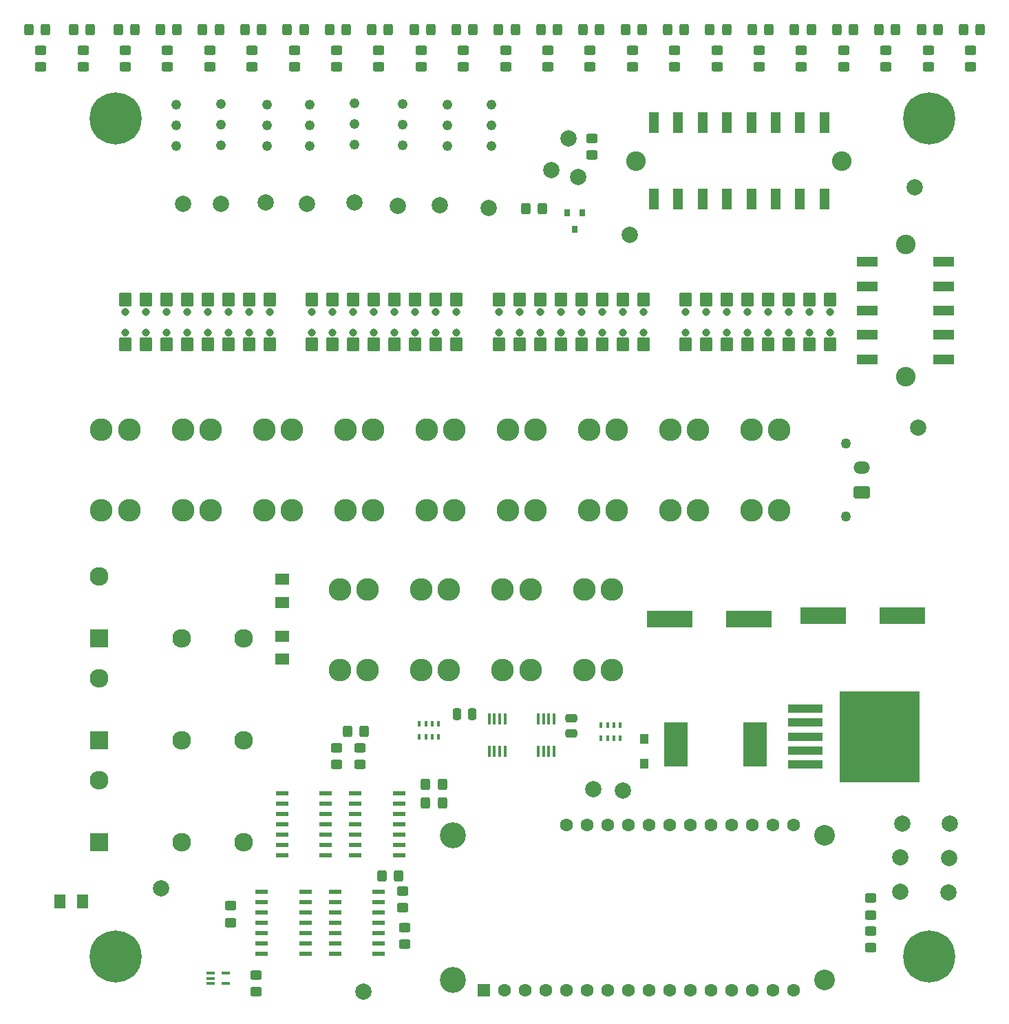
<source format=gts>
%TF.GenerationSoftware,KiCad,Pcbnew,8.0.4*%
%TF.CreationDate,2024-10-16T17:02:47+10:30*%
%TF.ProjectId,power_and_monotoring,706f7765-725f-4616-9e64-5f6d6f6e6f74,rev?*%
%TF.SameCoordinates,Original*%
%TF.FileFunction,Soldermask,Top*%
%TF.FilePolarity,Negative*%
%FSLAX46Y46*%
G04 Gerber Fmt 4.6, Leading zero omitted, Abs format (unit mm)*
G04 Created by KiCad (PCBNEW 8.0.4) date 2024-10-16 17:02:47*
%MOMM*%
%LPD*%
G01*
G04 APERTURE LIST*
G04 Aperture macros list*
%AMRoundRect*
0 Rectangle with rounded corners*
0 $1 Rounding radius*
0 $2 $3 $4 $5 $6 $7 $8 $9 X,Y pos of 4 corners*
0 Add a 4 corners polygon primitive as box body*
4,1,4,$2,$3,$4,$5,$6,$7,$8,$9,$2,$3,0*
0 Add four circle primitives for the rounded corners*
1,1,$1+$1,$2,$3*
1,1,$1+$1,$4,$5*
1,1,$1+$1,$6,$7*
1,1,$1+$1,$8,$9*
0 Add four rect primitives between the rounded corners*
20,1,$1+$1,$2,$3,$4,$5,0*
20,1,$1+$1,$4,$5,$6,$7,0*
20,1,$1+$1,$6,$7,$8,$9,0*
20,1,$1+$1,$8,$9,$2,$3,0*%
G04 Aperture macros list end*
%ADD10RoundRect,0.250000X0.450000X-0.325000X0.450000X0.325000X-0.450000X0.325000X-0.450000X-0.325000X0*%
%ADD11C,2.780000*%
%ADD12C,2.410000*%
%ADD13R,1.270000X2.540000*%
%ADD14R,0.450000X0.800000*%
%ADD15RoundRect,0.250000X-0.325000X-0.450000X0.325000X-0.450000X0.325000X0.450000X-0.325000X0.450000X0*%
%ADD16R,0.800000X0.900000*%
%ADD17RoundRect,0.249550X-0.450450X0.325450X-0.450450X-0.325450X0.450450X-0.325450X0.450450X0.325450X0*%
%ADD18RoundRect,0.250000X-0.450000X0.325000X-0.450000X-0.325000X0.450000X-0.325000X0.450000X0.325000X0*%
%ADD19C,1.270000*%
%ADD20RoundRect,0.250001X0.759999X-0.499999X0.759999X0.499999X-0.759999X0.499999X-0.759999X-0.499999X0*%
%ADD21O,2.020000X1.500000*%
%ADD22R,1.340000X1.800000*%
%ADD23C,2.000000*%
%ADD24C,0.970000*%
%ADD25RoundRect,0.102000X-0.635000X-0.780000X0.635000X-0.780000X0.635000X0.780000X-0.635000X0.780000X0*%
%ADD26R,2.900000X5.400000*%
%ADD27C,1.240000*%
%ADD28R,1.550000X0.600000*%
%ADD29C,3.200000*%
%ADD30C,2.540000*%
%ADD31R,1.600000X1.600000*%
%ADD32C,1.600000*%
%ADD33C,0.800000*%
%ADD34C,6.400000*%
%ADD35RoundRect,0.250000X0.325000X0.450000X-0.325000X0.450000X-0.325000X-0.450000X0.325000X-0.450000X0*%
%ADD36R,2.300000X2.300000*%
%ADD37C,2.300000*%
%ADD38R,5.700000X2.000000*%
%ADD39R,4.320000X1.020000*%
%ADD40R,9.910000X11.180000*%
%ADD41R,2.540000X1.270000*%
%ADD42R,1.800000X1.340000*%
%ADD43R,1.120000X1.240000*%
%ADD44RoundRect,0.250000X-0.475000X0.250000X-0.475000X-0.250000X0.475000X-0.250000X0.475000X0.250000X0*%
%ADD45RoundRect,0.250000X0.250000X0.475000X-0.250000X0.475000X-0.250000X-0.475000X0.250000X-0.475000X0*%
%ADD46R,1.050000X0.400000*%
%ADD47R,0.450000X1.350000*%
%ADD48RoundRect,0.249550X0.450450X-0.325450X0.450450X0.325450X-0.450450X0.325450X-0.450450X-0.325450X0*%
G04 APERTURE END LIST*
D10*
%TO.C,R15*%
X60657600Y-138817000D03*
X60657600Y-136767000D03*
%TD*%
D11*
%TO.C,F13*%
X102530800Y-193291200D03*
X105930800Y-193291200D03*
X102530800Y-183371200D03*
X105930800Y-183371200D03*
%TD*%
D12*
%TO.C,J7*%
X118312400Y-150368000D03*
X143612400Y-150368000D03*
D13*
X141462400Y-155068000D03*
X138462400Y-155068000D03*
X135462400Y-155068000D03*
X132462400Y-155068000D03*
X129462400Y-155068000D03*
X126462400Y-155068000D03*
X123462400Y-155068000D03*
X120462400Y-155068000D03*
X141462400Y-145668000D03*
X138462400Y-145668000D03*
X135462400Y-145668000D03*
X132462400Y-145668000D03*
X129462400Y-145668000D03*
X126462400Y-145668000D03*
X123462400Y-145668000D03*
X120462400Y-145668000D03*
%TD*%
D10*
%TO.C,R18*%
X76257600Y-138817000D03*
X76257600Y-136767000D03*
%TD*%
D14*
%TO.C,RN1*%
X94018000Y-219532400D03*
X93218000Y-219532400D03*
X92418000Y-219532400D03*
X91618000Y-219532400D03*
X91618000Y-221132400D03*
X92418000Y-221132400D03*
X93218000Y-221132400D03*
X94018000Y-221132400D03*
%TD*%
D15*
%TO.C,D22*%
X153377400Y-134248400D03*
X155427400Y-134248400D03*
%TD*%
D16*
%TO.C,Q1*%
X111709200Y-156768800D03*
X109809200Y-156768800D03*
X110759200Y-158768800D03*
%TD*%
D17*
%TO.C,C2*%
X71526400Y-250435000D03*
D18*
X71526400Y-252485000D03*
%TD*%
D19*
%TO.C,J1*%
X144081400Y-194085600D03*
X144081400Y-185085600D03*
D20*
X146041400Y-191085600D03*
D21*
X146041400Y-188085600D03*
%TD*%
D22*
%TO.C,D26*%
X47381200Y-241401600D03*
X50241200Y-241401600D03*
%TD*%
D23*
%TO.C,POW_PRESSED1*%
X62585600Y-155651200D03*
%TD*%
D10*
%TO.C,R33*%
X138639200Y-138817000D03*
X138639200Y-136767000D03*
%TD*%
D24*
%TO.C,J5*%
X124415208Y-168887981D03*
X124415208Y-171427981D03*
X126955208Y-168887981D03*
X126955208Y-171427981D03*
X129495208Y-168887981D03*
X129495208Y-171427981D03*
X132035208Y-168887981D03*
X132035208Y-171427981D03*
X134575208Y-168887981D03*
X134575208Y-171427981D03*
X137115208Y-168887981D03*
X137115208Y-171427981D03*
X139655208Y-168887981D03*
X139655208Y-171427981D03*
X142195208Y-168887981D03*
X142195208Y-171427981D03*
D25*
X124415208Y-172937981D03*
X124415208Y-167377981D03*
X126955208Y-172937981D03*
X126955208Y-167377981D03*
X129495208Y-172937981D03*
X129495208Y-167377981D03*
X132035208Y-172937981D03*
X132035208Y-167377981D03*
X134575208Y-172937981D03*
X134575208Y-167377981D03*
X137115208Y-172937981D03*
X137115208Y-167377981D03*
X139655208Y-172937981D03*
X139655208Y-167377981D03*
X142195208Y-172937981D03*
X142195208Y-167377981D03*
%TD*%
D24*
%TO.C,J4*%
X101415208Y-168887981D03*
X101415208Y-171427981D03*
X103955208Y-168887981D03*
X103955208Y-171427981D03*
X106495208Y-168887981D03*
X106495208Y-171427981D03*
X109035208Y-168887981D03*
X109035208Y-171427981D03*
X111575208Y-168887981D03*
X111575208Y-171427981D03*
X114115208Y-168887981D03*
X114115208Y-171427981D03*
X116655208Y-168887981D03*
X116655208Y-171427981D03*
X119195208Y-168887981D03*
X119195208Y-171427981D03*
D25*
X101415208Y-172937981D03*
X101415208Y-167377981D03*
X103955208Y-172937981D03*
X103955208Y-167377981D03*
X106495208Y-172937981D03*
X106495208Y-167377981D03*
X109035208Y-172937981D03*
X109035208Y-167377981D03*
X111575208Y-172937981D03*
X111575208Y-167377981D03*
X114115208Y-172937981D03*
X114115208Y-167377981D03*
X116655208Y-172937981D03*
X116655208Y-167377981D03*
X119195208Y-172937981D03*
X119195208Y-167377981D03*
%TD*%
D15*
%TO.C,D14*%
X111777400Y-134248400D03*
X113827400Y-134248400D03*
%TD*%
D10*
%TO.C,R17*%
X71057600Y-138817000D03*
X71057600Y-136767000D03*
%TD*%
D26*
%TO.C,L1*%
X132892800Y-222097600D03*
X123192800Y-222097600D03*
%TD*%
D10*
%TO.C,R32*%
X133439200Y-138817000D03*
X133439200Y-136767000D03*
%TD*%
D15*
%TO.C,D5*%
X64977400Y-134248400D03*
X67027400Y-134248400D03*
%TD*%
%TO.C,R29*%
X87011400Y-238302800D03*
X89061400Y-238302800D03*
%TD*%
D11*
%TO.C,F16*%
X52530800Y-193291200D03*
X55930800Y-193291200D03*
X52530800Y-183371200D03*
X55930800Y-183371200D03*
%TD*%
D23*
%TO.C,BREAK_LOW1*%
X88950800Y-155905200D03*
%TD*%
D11*
%TO.C,F15*%
X101887600Y-212986000D03*
X105287600Y-212986000D03*
X101887600Y-203066000D03*
X105287600Y-203066000D03*
%TD*%
D27*
%TO.C,RL5*%
X83667600Y-148357690D03*
X83667600Y-145817690D03*
X83667600Y-143277690D03*
%TD*%
D23*
%TO.C,TEMP_3*%
X150774400Y-240233200D03*
%TD*%
D15*
%TO.C,D7*%
X75377400Y-134248400D03*
X77427400Y-134248400D03*
%TD*%
D10*
%TO.C,R25*%
X107439200Y-138817000D03*
X107439200Y-136767000D03*
%TD*%
%TO.C,R27*%
X117839200Y-138817000D03*
X117839200Y-136767000D03*
%TD*%
D15*
%TO.C,D1*%
X43577400Y-134248400D03*
X45627400Y-134248400D03*
%TD*%
D10*
%TO.C,R7*%
X68427600Y-244001400D03*
X68427600Y-241951400D03*
%TD*%
%TO.C,R28*%
X123039200Y-138817000D03*
X123039200Y-136767000D03*
%TD*%
D28*
%TO.C,U4*%
X83719200Y-228142800D03*
X83719200Y-229412800D03*
X83719200Y-230682800D03*
X83719200Y-231952800D03*
X83719200Y-233222800D03*
X83719200Y-234492800D03*
X83719200Y-235762800D03*
X89119200Y-235762800D03*
X89119200Y-234492800D03*
X89119200Y-233222800D03*
X89119200Y-231952800D03*
X89119200Y-230682800D03*
X89119200Y-229412800D03*
X89119200Y-228142800D03*
%TD*%
D11*
%TO.C,F10*%
X81887600Y-212986000D03*
X85287600Y-212986000D03*
X81887600Y-203066000D03*
X85287600Y-203066000D03*
%TD*%
D23*
%TO.C,POW_SIGNAL1*%
X117500400Y-159410400D03*
%TD*%
D24*
%TO.C,J3*%
X78415208Y-168887981D03*
X78415208Y-171427981D03*
X80955208Y-168887981D03*
X80955208Y-171427981D03*
X83495208Y-168887981D03*
X83495208Y-171427981D03*
X86035208Y-168887981D03*
X86035208Y-171427981D03*
X88575208Y-168887981D03*
X88575208Y-171427981D03*
X91115208Y-168887981D03*
X91115208Y-171427981D03*
X93655208Y-168887981D03*
X93655208Y-171427981D03*
X96195208Y-168887981D03*
X96195208Y-171427981D03*
D25*
X78415208Y-172937981D03*
X78415208Y-167377981D03*
X80955208Y-172937981D03*
X80955208Y-167377981D03*
X83495208Y-172937981D03*
X83495208Y-167377981D03*
X86035208Y-172937981D03*
X86035208Y-167377981D03*
X88575208Y-172937981D03*
X88575208Y-167377981D03*
X91115208Y-172937981D03*
X91115208Y-167377981D03*
X93655208Y-172937981D03*
X93655208Y-167377981D03*
X96195208Y-172937981D03*
X96195208Y-167377981D03*
%TD*%
D15*
%TO.C,D19*%
X137777400Y-134248400D03*
X139827400Y-134248400D03*
%TD*%
%TO.C,D9*%
X85777400Y-134248400D03*
X87827400Y-134248400D03*
%TD*%
D29*
%TO.C,A1*%
X95758000Y-251053600D03*
D30*
X141478000Y-251053600D03*
D29*
X95758000Y-233273600D03*
D30*
X141478000Y-233273600D03*
D31*
X99568000Y-252323600D03*
D32*
X102108000Y-252323600D03*
X104648000Y-252323600D03*
X107188000Y-252323600D03*
X109728000Y-252323600D03*
X112268000Y-252323600D03*
X114808000Y-252323600D03*
X117348000Y-252323600D03*
X119888000Y-252323600D03*
X122428000Y-252323600D03*
X124968000Y-252323600D03*
X127508000Y-252323600D03*
X130048000Y-252323600D03*
X132588000Y-252323600D03*
X135128000Y-252323600D03*
X137668000Y-252323600D03*
X137668000Y-232003600D03*
X135128000Y-232003600D03*
X132588000Y-232003600D03*
X130048000Y-232003600D03*
X127508000Y-232003600D03*
X124968000Y-232003600D03*
X122428000Y-232003600D03*
X119888000Y-232003600D03*
X117348000Y-232003600D03*
X114808000Y-232003600D03*
X112268000Y-232003600D03*
X109728000Y-232003600D03*
%TD*%
D10*
%TO.C,R23*%
X97039200Y-138817000D03*
X97039200Y-136767000D03*
%TD*%
D23*
%TO.C,12V1*%
X116636800Y-227736400D03*
%TD*%
D14*
%TO.C,RN2*%
X116370000Y-219710000D03*
X115570000Y-219710000D03*
X114770000Y-219710000D03*
X113970000Y-219710000D03*
X113970000Y-221310000D03*
X114770000Y-221310000D03*
X115570000Y-221310000D03*
X116370000Y-221310000D03*
%TD*%
D10*
%TO.C,R9*%
X112826800Y-149606000D03*
X112826800Y-147556000D03*
%TD*%
%TO.C,R38*%
X159439200Y-138817000D03*
X159439200Y-136767000D03*
%TD*%
%TO.C,R14*%
X55457600Y-138817000D03*
X55457600Y-136767000D03*
%TD*%
D23*
%TO.C,POW_HIGH1*%
X72694800Y-155448000D03*
%TD*%
%TO.C,3V3*%
X113030000Y-227634800D03*
%TD*%
D33*
%TO.C,H4*%
X51905208Y-248157981D03*
X52608152Y-246460925D03*
X52608152Y-249855037D03*
X54305208Y-245757981D03*
D34*
X54305208Y-248157981D03*
D33*
X54305208Y-250557981D03*
X56002264Y-246460925D03*
X56002264Y-249855037D03*
X56705208Y-248157981D03*
%TD*%
D35*
%TO.C,R10*%
X106781600Y-156260800D03*
X104731600Y-156260800D03*
%TD*%
D10*
%TO.C,R34*%
X143839200Y-138817000D03*
X143839200Y-136767000D03*
%TD*%
D15*
%TO.C,D21*%
X148177400Y-134248400D03*
X150227400Y-134248400D03*
%TD*%
D11*
%TO.C,F11*%
X91887600Y-212986000D03*
X95287600Y-212986000D03*
X91887600Y-203066000D03*
X95287600Y-203066000D03*
%TD*%
D23*
%TO.C,PRES_2*%
X156819600Y-236067600D03*
%TD*%
D36*
%TO.C,K2*%
X52222400Y-221592000D03*
D37*
X62382400Y-221592000D03*
X70002400Y-221592000D03*
X52222400Y-213972000D03*
%TD*%
D18*
%TO.C,R30*%
X89611200Y-240122600D03*
X89611200Y-242172600D03*
%TD*%
D27*
%TO.C,RL4*%
X78181200Y-148539200D03*
X78181200Y-145999200D03*
X78181200Y-143459200D03*
%TD*%
D24*
%TO.C,J2*%
X55415208Y-168887981D03*
X55415208Y-171427981D03*
X57955208Y-168887981D03*
X57955208Y-171427981D03*
X60495208Y-168887981D03*
X60495208Y-171427981D03*
X63035208Y-168887981D03*
X63035208Y-171427981D03*
X65575208Y-168887981D03*
X65575208Y-171427981D03*
X68115208Y-168887981D03*
X68115208Y-171427981D03*
X70655208Y-168887981D03*
X70655208Y-171427981D03*
X73195208Y-168887981D03*
X73195208Y-171427981D03*
D25*
X55415208Y-172937981D03*
X55415208Y-167377981D03*
X57955208Y-172937981D03*
X57955208Y-167377981D03*
X60495208Y-172937981D03*
X60495208Y-167377981D03*
X63035208Y-172937981D03*
X63035208Y-167377981D03*
X65575208Y-172937981D03*
X65575208Y-167377981D03*
X68115208Y-172937981D03*
X68115208Y-167377981D03*
X70655208Y-172937981D03*
X70655208Y-167377981D03*
X73195208Y-172937981D03*
X73195208Y-167377981D03*
%TD*%
D28*
%TO.C,U7*%
X77638400Y-247853200D03*
X77638400Y-246583200D03*
X77638400Y-245313200D03*
X77638400Y-244043200D03*
X77638400Y-242773200D03*
X77638400Y-241503200D03*
X77638400Y-240233200D03*
X72238400Y-240233200D03*
X72238400Y-241503200D03*
X72238400Y-242773200D03*
X72238400Y-244043200D03*
X72238400Y-245313200D03*
X72238400Y-246583200D03*
X72238400Y-247853200D03*
%TD*%
D23*
%TO.C,BREAK_HIGH1*%
X83667600Y-155498800D03*
%TD*%
D33*
%TO.C,H3*%
X51905208Y-145157981D03*
X52608152Y-143460925D03*
X52608152Y-146855037D03*
X54305208Y-142757981D03*
D34*
X54305208Y-145157981D03*
D33*
X54305208Y-147557981D03*
X56002264Y-143460925D03*
X56002264Y-146855037D03*
X56705208Y-145157981D03*
%TD*%
D11*
%TO.C,F3*%
X92530800Y-193291200D03*
X95930800Y-193291200D03*
X92530800Y-183371200D03*
X95930800Y-183371200D03*
%TD*%
D10*
%TO.C,R31*%
X128239200Y-138817000D03*
X128239200Y-136767000D03*
%TD*%
D15*
%TO.C,D15*%
X116977400Y-134248400D03*
X119027400Y-134248400D03*
%TD*%
D11*
%TO.C,F4*%
X112530800Y-193291200D03*
X115930800Y-193291200D03*
X112530800Y-183371200D03*
X115930800Y-183371200D03*
%TD*%
D27*
%TO.C,RL8*%
X95046800Y-148488400D03*
X95046800Y-145948400D03*
X95046800Y-143408400D03*
%TD*%
D15*
%TO.C,D2*%
X49077400Y-134248400D03*
X51127400Y-134248400D03*
%TD*%
D10*
%TO.C,R37*%
X154239200Y-138817000D03*
X154239200Y-136767000D03*
%TD*%
D33*
%TO.C,H1*%
X151905208Y-145157981D03*
X152608152Y-143460925D03*
X152608152Y-146855037D03*
X154305208Y-142757981D03*
D34*
X154305208Y-145157981D03*
D33*
X154305208Y-147557981D03*
X156002264Y-143460925D03*
X156002264Y-146855037D03*
X156705208Y-145157981D03*
%TD*%
D38*
%TO.C,C8*%
X122430800Y-206705200D03*
X132130800Y-206705200D03*
%TD*%
D23*
%TO.C,TEMP_2*%
X150774400Y-235966000D03*
%TD*%
D39*
%TO.C,IC3*%
X139089400Y-217732400D03*
X139089400Y-219432400D03*
X139089400Y-221132400D03*
X139089400Y-222832400D03*
X139089400Y-224532400D03*
D40*
X148234400Y-221132400D03*
%TD*%
D23*
%TO.C,GLV_IN1*%
X107899200Y-151485600D03*
%TD*%
D10*
%TO.C,R39*%
X86639200Y-138817000D03*
X86639200Y-136767000D03*
%TD*%
D18*
%TO.C,R45*%
X147116800Y-245008400D03*
X147116800Y-247058400D03*
%TD*%
D10*
%TO.C,R36*%
X149039200Y-138817000D03*
X149039200Y-136767000D03*
%TD*%
D15*
%TO.C,D20*%
X142977400Y-134248400D03*
X145027400Y-134248400D03*
%TD*%
D12*
%TO.C,J6*%
X151434800Y-160612450D03*
X151434800Y-176912450D03*
D41*
X146734800Y-174762450D03*
X146734800Y-171762450D03*
X146734800Y-168762450D03*
X146734800Y-165762450D03*
X146734800Y-162762450D03*
X156134800Y-174762450D03*
X156134800Y-171762450D03*
X156134800Y-168762450D03*
X156134800Y-165762450D03*
X156134800Y-162762450D03*
%TD*%
D18*
%TO.C,R19*%
X84328000Y-222495000D03*
X84328000Y-224545000D03*
%TD*%
D42*
%TO.C,D25*%
X74777600Y-208780400D03*
X74777600Y-211640400D03*
%TD*%
D23*
%TO.C,GND1*%
X152603200Y-153619200D03*
%TD*%
%TO.C,POW_LOW1*%
X77825600Y-155651200D03*
%TD*%
D15*
%TO.C,D17*%
X127377400Y-134248400D03*
X129427400Y-134248400D03*
%TD*%
%TO.C,D6*%
X70177400Y-134248400D03*
X72227400Y-134248400D03*
%TD*%
%TO.C,D12*%
X101377400Y-134248400D03*
X103427400Y-134248400D03*
%TD*%
D10*
%TO.C,R5*%
X81439200Y-138817000D03*
X81439200Y-136767000D03*
%TD*%
D15*
%TO.C,D18*%
X132577400Y-134248400D03*
X134627400Y-134248400D03*
%TD*%
%TO.C,D16*%
X122177400Y-134248400D03*
X124227400Y-134248400D03*
%TD*%
D11*
%TO.C,F1*%
X72530800Y-193291200D03*
X75930800Y-193291200D03*
X72530800Y-183371200D03*
X75930800Y-183371200D03*
%TD*%
D15*
%TO.C,D3*%
X54577400Y-134248400D03*
X56627400Y-134248400D03*
%TD*%
%TO.C,D13*%
X106577400Y-134248400D03*
X108627400Y-134248400D03*
%TD*%
D43*
%TO.C,D27*%
X119278400Y-224447800D03*
X119278400Y-221447800D03*
%TD*%
D15*
%TO.C,D11*%
X96177400Y-134248400D03*
X98227400Y-134248400D03*
%TD*%
D23*
%TO.C,24V2*%
X109982000Y-147574000D03*
%TD*%
D10*
%TO.C,R24*%
X102239200Y-138817000D03*
X102239200Y-136767000D03*
%TD*%
D44*
%TO.C,C11*%
X110286800Y-218861600D03*
X110286800Y-220761600D03*
%TD*%
D10*
%TO.C,R16*%
X65857600Y-138817000D03*
X65857600Y-136767000D03*
%TD*%
D18*
%TO.C,R44*%
X147116800Y-241008400D03*
X147116800Y-243058400D03*
%TD*%
D27*
%TO.C,RL6*%
X89560400Y-148437600D03*
X89560400Y-145897600D03*
X89560400Y-143357600D03*
%TD*%
D28*
%TO.C,U3*%
X74719200Y-228142800D03*
X74719200Y-229412800D03*
X74719200Y-230682800D03*
X74719200Y-231952800D03*
X74719200Y-233222800D03*
X74719200Y-234492800D03*
X74719200Y-235762800D03*
X80119200Y-235762800D03*
X80119200Y-234492800D03*
X80119200Y-233222800D03*
X80119200Y-231952800D03*
X80119200Y-230682800D03*
X80119200Y-229412800D03*
X80119200Y-228142800D03*
%TD*%
D35*
%TO.C,R3*%
X84845000Y-220522800D03*
X82795000Y-220522800D03*
%TD*%
D27*
%TO.C,RL2*%
X67259200Y-148437600D03*
X67259200Y-145897600D03*
X67259200Y-143357600D03*
%TD*%
D10*
%TO.C,R21*%
X45057600Y-138817000D03*
X45057600Y-136767000D03*
%TD*%
D15*
%TO.C,D8*%
X80577400Y-134248400D03*
X82627400Y-134248400D03*
%TD*%
D33*
%TO.C,H2*%
X151905208Y-248157981D03*
X152608152Y-246460925D03*
X152608152Y-249855037D03*
X154305208Y-245757981D03*
D34*
X154305208Y-248157981D03*
D33*
X154305208Y-250557981D03*
X156002264Y-246460925D03*
X156002264Y-249855037D03*
X156705208Y-248157981D03*
%TD*%
D23*
%TO.C,BREAK_PRESSED1*%
X67208400Y-155600400D03*
%TD*%
D15*
%TO.C,D23*%
X158577400Y-134248400D03*
X160627400Y-134248400D03*
%TD*%
D23*
%TO.C,PRES_1*%
X156870400Y-231800400D03*
%TD*%
D15*
%TO.C,D10*%
X90977400Y-134248400D03*
X93027400Y-134248400D03*
%TD*%
D42*
%TO.C,D24*%
X74726800Y-201770000D03*
X74726800Y-204630000D03*
%TD*%
D10*
%TO.C,R22*%
X91839200Y-138817000D03*
X91839200Y-136767000D03*
%TD*%
D23*
%TO.C,TEMP_1*%
X151028400Y-231800400D03*
%TD*%
%TO.C,POW_SIG_AMP1*%
X59842400Y-239776000D03*
%TD*%
D45*
%TO.C,C10*%
X98130400Y-218389200D03*
X96230400Y-218389200D03*
%TD*%
D27*
%TO.C,RL3*%
X72898000Y-148539200D03*
X72898000Y-145999200D03*
X72898000Y-143459200D03*
%TD*%
D46*
%TO.C,U1*%
X65953600Y-250200400D03*
X65953600Y-250850400D03*
X65953600Y-251500400D03*
X67853600Y-251500400D03*
X67853600Y-250200400D03*
%TD*%
D11*
%TO.C,F9*%
X132530800Y-193291200D03*
X135930800Y-193291200D03*
X132530800Y-183371200D03*
X135930800Y-183371200D03*
%TD*%
D47*
%TO.C,IC2*%
X106263800Y-222955000D03*
X106913800Y-222955000D03*
X107563800Y-222955000D03*
X108213800Y-222955000D03*
X108213800Y-219005000D03*
X107563800Y-219005000D03*
X106913800Y-219005000D03*
X106263800Y-219005000D03*
%TD*%
D27*
%TO.C,RL7*%
X100482400Y-148539200D03*
X100482400Y-145999200D03*
X100482400Y-143459200D03*
%TD*%
D48*
%TO.C,C7*%
X81432400Y-224545000D03*
D10*
X81432400Y-222495000D03*
%TD*%
%TO.C,R26*%
X112639200Y-138817000D03*
X112639200Y-136767000D03*
%TD*%
%TO.C,R13*%
X50257600Y-138817000D03*
X50257600Y-136767000D03*
%TD*%
D11*
%TO.C,F2*%
X111887600Y-212986000D03*
X115287600Y-212986000D03*
X111887600Y-203066000D03*
X115287600Y-203066000D03*
%TD*%
D23*
%TO.C,RC_TRIG1*%
X100126800Y-156108400D03*
%TD*%
D17*
%TO.C,C3*%
X89865200Y-244643800D03*
D18*
X89865200Y-246693800D03*
%TD*%
D36*
%TO.C,K3*%
X52222400Y-234142000D03*
D37*
X62382400Y-234142000D03*
X70002400Y-234142000D03*
X52222400Y-226522000D03*
%TD*%
D23*
%TO.C,5V1*%
X152958800Y-183134000D03*
%TD*%
D15*
%TO.C,R50*%
X92396200Y-227025200D03*
X94446200Y-227025200D03*
%TD*%
D11*
%TO.C,F8*%
X122530800Y-193291200D03*
X125930800Y-193291200D03*
X122530800Y-183371200D03*
X125930800Y-183371200D03*
%TD*%
%TO.C,F14*%
X82530800Y-193291200D03*
X85930800Y-193291200D03*
X82530800Y-183371200D03*
X85930800Y-183371200D03*
%TD*%
D23*
%TO.C,PRES_3*%
X156718000Y-240334800D03*
%TD*%
%TO.C,BRAKE_SIG1*%
X111150400Y-152298400D03*
%TD*%
D28*
%TO.C,U2*%
X86638400Y-247853200D03*
X86638400Y-246583200D03*
X86638400Y-245313200D03*
X86638400Y-244043200D03*
X86638400Y-242773200D03*
X86638400Y-241503200D03*
X86638400Y-240233200D03*
X81238400Y-240233200D03*
X81238400Y-241503200D03*
X81238400Y-242773200D03*
X81238400Y-244043200D03*
X81238400Y-245313200D03*
X81238400Y-246583200D03*
X81238400Y-247853200D03*
%TD*%
D36*
%TO.C,K1*%
X52222400Y-209042000D03*
D37*
X62382400Y-209042000D03*
X70002400Y-209042000D03*
X52222400Y-201422000D03*
%TD*%
D47*
%TO.C,IC1*%
X100218600Y-222955000D03*
X100868600Y-222955000D03*
X101518600Y-222955000D03*
X102168600Y-222955000D03*
X102168600Y-219005000D03*
X101518600Y-219005000D03*
X100868600Y-219005000D03*
X100218600Y-219005000D03*
%TD*%
D11*
%TO.C,F5*%
X62530800Y-193291200D03*
X65930800Y-193291200D03*
X62530800Y-183371200D03*
X65930800Y-183371200D03*
%TD*%
D15*
%TO.C,D4*%
X59777400Y-134248400D03*
X61827400Y-134248400D03*
%TD*%
%TO.C,R51*%
X92405200Y-229260400D03*
X94455200Y-229260400D03*
%TD*%
D27*
%TO.C,RL1*%
X61722000Y-148488400D03*
X61722000Y-145948400D03*
X61722000Y-143408400D03*
%TD*%
D23*
%TO.C,BREAK_SIG1*%
X94183200Y-155803600D03*
%TD*%
D38*
%TO.C,C6*%
X141343600Y-206248000D03*
X151043600Y-206248000D03*
%TD*%
D23*
%TO.C,BRAKE_SIG_AMP1*%
X84785200Y-252476000D03*
%TD*%
M02*

</source>
